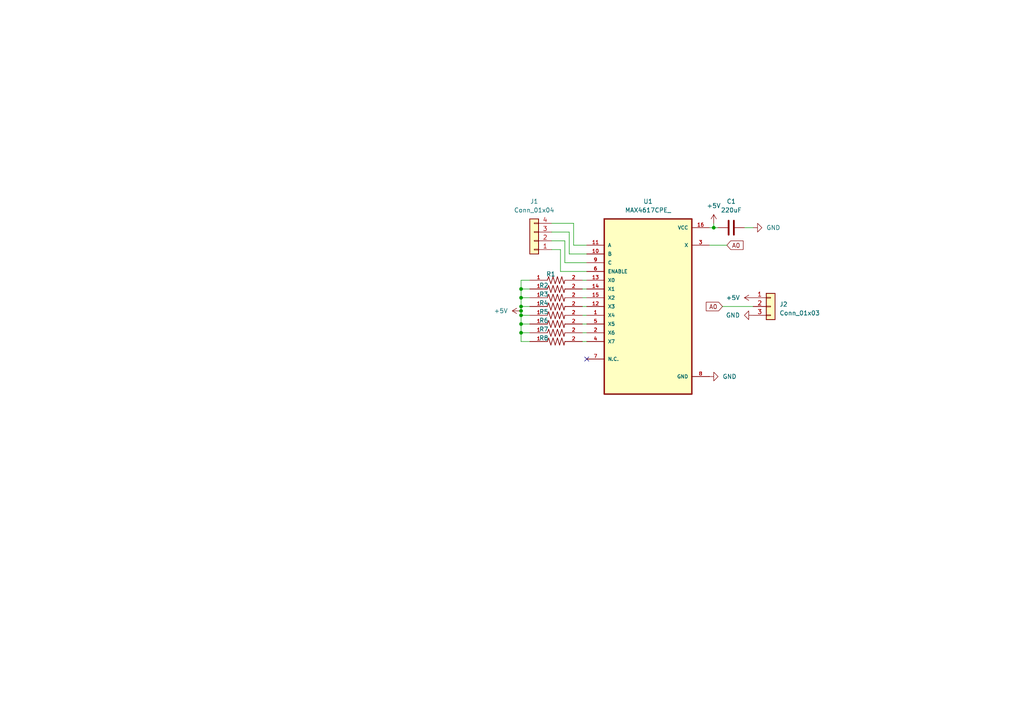
<source format=kicad_sch>
(kicad_sch
	(version 20231120)
	(generator "eeschema")
	(generator_version "8.0")
	(uuid "6bb4db06-3d0a-4f1c-886c-1fae34c58f79")
	(paper "A4")
	(lib_symbols
		(symbol "Connector_Generic:Conn_01x03"
			(pin_names
				(offset 1.016) hide)
			(exclude_from_sim no)
			(in_bom yes)
			(on_board yes)
			(property "Reference" "J"
				(at 0 5.08 0)
				(effects
					(font
						(size 1.27 1.27)
					)
				)
			)
			(property "Value" "Conn_01x03"
				(at 0 -5.08 0)
				(effects
					(font
						(size 1.27 1.27)
					)
				)
			)
			(property "Footprint" ""
				(at 0 0 0)
				(effects
					(font
						(size 1.27 1.27)
					)
					(hide yes)
				)
			)
			(property "Datasheet" "~"
				(at 0 0 0)
				(effects
					(font
						(size 1.27 1.27)
					)
					(hide yes)
				)
			)
			(property "Description" "Generic connector, single row, 01x03, script generated (kicad-library-utils/schlib/autogen/connector/)"
				(at 0 0 0)
				(effects
					(font
						(size 1.27 1.27)
					)
					(hide yes)
				)
			)
			(property "ki_keywords" "connector"
				(at 0 0 0)
				(effects
					(font
						(size 1.27 1.27)
					)
					(hide yes)
				)
			)
			(property "ki_fp_filters" "Connector*:*_1x??_*"
				(at 0 0 0)
				(effects
					(font
						(size 1.27 1.27)
					)
					(hide yes)
				)
			)
			(symbol "Conn_01x03_1_1"
				(rectangle
					(start -1.27 -2.413)
					(end 0 -2.667)
					(stroke
						(width 0.1524)
						(type default)
					)
					(fill
						(type none)
					)
				)
				(rectangle
					(start -1.27 0.127)
					(end 0 -0.127)
					(stroke
						(width 0.1524)
						(type default)
					)
					(fill
						(type none)
					)
				)
				(rectangle
					(start -1.27 2.667)
					(end 0 2.413)
					(stroke
						(width 0.1524)
						(type default)
					)
					(fill
						(type none)
					)
				)
				(rectangle
					(start -1.27 3.81)
					(end 1.27 -3.81)
					(stroke
						(width 0.254)
						(type default)
					)
					(fill
						(type background)
					)
				)
				(pin passive line
					(at -5.08 2.54 0)
					(length 3.81)
					(name "Pin_1"
						(effects
							(font
								(size 1.27 1.27)
							)
						)
					)
					(number "1"
						(effects
							(font
								(size 1.27 1.27)
							)
						)
					)
				)
				(pin passive line
					(at -5.08 0 0)
					(length 3.81)
					(name "Pin_2"
						(effects
							(font
								(size 1.27 1.27)
							)
						)
					)
					(number "2"
						(effects
							(font
								(size 1.27 1.27)
							)
						)
					)
				)
				(pin passive line
					(at -5.08 -2.54 0)
					(length 3.81)
					(name "Pin_3"
						(effects
							(font
								(size 1.27 1.27)
							)
						)
					)
					(number "3"
						(effects
							(font
								(size 1.27 1.27)
							)
						)
					)
				)
			)
		)
		(symbol "Connector_Generic:Conn_01x04"
			(pin_names
				(offset 1.016) hide)
			(exclude_from_sim no)
			(in_bom yes)
			(on_board yes)
			(property "Reference" "J"
				(at 0 5.08 0)
				(effects
					(font
						(size 1.27 1.27)
					)
				)
			)
			(property "Value" "Conn_01x04"
				(at 0 -7.62 0)
				(effects
					(font
						(size 1.27 1.27)
					)
				)
			)
			(property "Footprint" ""
				(at 0 0 0)
				(effects
					(font
						(size 1.27 1.27)
					)
					(hide yes)
				)
			)
			(property "Datasheet" "~"
				(at 0 0 0)
				(effects
					(font
						(size 1.27 1.27)
					)
					(hide yes)
				)
			)
			(property "Description" "Generic connector, single row, 01x04, script generated (kicad-library-utils/schlib/autogen/connector/)"
				(at 0 0 0)
				(effects
					(font
						(size 1.27 1.27)
					)
					(hide yes)
				)
			)
			(property "ki_keywords" "connector"
				(at 0 0 0)
				(effects
					(font
						(size 1.27 1.27)
					)
					(hide yes)
				)
			)
			(property "ki_fp_filters" "Connector*:*_1x??_*"
				(at 0 0 0)
				(effects
					(font
						(size 1.27 1.27)
					)
					(hide yes)
				)
			)
			(symbol "Conn_01x04_1_1"
				(rectangle
					(start -1.27 -4.953)
					(end 0 -5.207)
					(stroke
						(width 0.1524)
						(type default)
					)
					(fill
						(type none)
					)
				)
				(rectangle
					(start -1.27 -2.413)
					(end 0 -2.667)
					(stroke
						(width 0.1524)
						(type default)
					)
					(fill
						(type none)
					)
				)
				(rectangle
					(start -1.27 0.127)
					(end 0 -0.127)
					(stroke
						(width 0.1524)
						(type default)
					)
					(fill
						(type none)
					)
				)
				(rectangle
					(start -1.27 2.667)
					(end 0 2.413)
					(stroke
						(width 0.1524)
						(type default)
					)
					(fill
						(type none)
					)
				)
				(rectangle
					(start -1.27 3.81)
					(end 1.27 -6.35)
					(stroke
						(width 0.254)
						(type default)
					)
					(fill
						(type background)
					)
				)
				(pin passive line
					(at -5.08 2.54 0)
					(length 3.81)
					(name "Pin_1"
						(effects
							(font
								(size 1.27 1.27)
							)
						)
					)
					(number "1"
						(effects
							(font
								(size 1.27 1.27)
							)
						)
					)
				)
				(pin passive line
					(at -5.08 0 0)
					(length 3.81)
					(name "Pin_2"
						(effects
							(font
								(size 1.27 1.27)
							)
						)
					)
					(number "2"
						(effects
							(font
								(size 1.27 1.27)
							)
						)
					)
				)
				(pin passive line
					(at -5.08 -2.54 0)
					(length 3.81)
					(name "Pin_3"
						(effects
							(font
								(size 1.27 1.27)
							)
						)
					)
					(number "3"
						(effects
							(font
								(size 1.27 1.27)
							)
						)
					)
				)
				(pin passive line
					(at -5.08 -5.08 0)
					(length 3.81)
					(name "Pin_4"
						(effects
							(font
								(size 1.27 1.27)
							)
						)
					)
					(number "4"
						(effects
							(font
								(size 1.27 1.27)
							)
						)
					)
				)
			)
		)
		(symbol "Device:C"
			(pin_numbers hide)
			(pin_names
				(offset 0.254)
			)
			(exclude_from_sim no)
			(in_bom yes)
			(on_board yes)
			(property "Reference" "C"
				(at 0.635 2.54 0)
				(effects
					(font
						(size 1.27 1.27)
					)
					(justify left)
				)
			)
			(property "Value" "C"
				(at 0.635 -2.54 0)
				(effects
					(font
						(size 1.27 1.27)
					)
					(justify left)
				)
			)
			(property "Footprint" ""
				(at 0.9652 -3.81 0)
				(effects
					(font
						(size 1.27 1.27)
					)
					(hide yes)
				)
			)
			(property "Datasheet" "~"
				(at 0 0 0)
				(effects
					(font
						(size 1.27 1.27)
					)
					(hide yes)
				)
			)
			(property "Description" "Unpolarized capacitor"
				(at 0 0 0)
				(effects
					(font
						(size 1.27 1.27)
					)
					(hide yes)
				)
			)
			(property "ki_keywords" "cap capacitor"
				(at 0 0 0)
				(effects
					(font
						(size 1.27 1.27)
					)
					(hide yes)
				)
			)
			(property "ki_fp_filters" "C_*"
				(at 0 0 0)
				(effects
					(font
						(size 1.27 1.27)
					)
					(hide yes)
				)
			)
			(symbol "C_0_1"
				(polyline
					(pts
						(xy -2.032 -0.762) (xy 2.032 -0.762)
					)
					(stroke
						(width 0.508)
						(type default)
					)
					(fill
						(type none)
					)
				)
				(polyline
					(pts
						(xy -2.032 0.762) (xy 2.032 0.762)
					)
					(stroke
						(width 0.508)
						(type default)
					)
					(fill
						(type none)
					)
				)
			)
			(symbol "C_1_1"
				(pin passive line
					(at 0 3.81 270)
					(length 2.794)
					(name "~"
						(effects
							(font
								(size 1.27 1.27)
							)
						)
					)
					(number "1"
						(effects
							(font
								(size 1.27 1.27)
							)
						)
					)
				)
				(pin passive line
					(at 0 -3.81 90)
					(length 2.794)
					(name "~"
						(effects
							(font
								(size 1.27 1.27)
							)
						)
					)
					(number "2"
						(effects
							(font
								(size 1.27 1.27)
							)
						)
					)
				)
			)
		)
		(symbol "MAX4617CPE_:MAX4617CPE_"
			(pin_names
				(offset 1.016)
			)
			(exclude_from_sim no)
			(in_bom yes)
			(on_board yes)
			(property "Reference" "U"
				(at -12.7 26.4 0)
				(effects
					(font
						(size 1.27 1.27)
					)
					(justify left bottom)
				)
			)
			(property "Value" "MAX4617CPE_"
				(at -12.7 -29.4 0)
				(effects
					(font
						(size 1.27 1.27)
					)
					(justify left bottom)
				)
			)
			(property "Footprint" "MAX4617CPE_:DIP794W47P254L1943H457Q16"
				(at 0 0 0)
				(effects
					(font
						(size 1.27 1.27)
					)
					(justify bottom)
					(hide yes)
				)
			)
			(property "Datasheet" ""
				(at 0 0 0)
				(effects
					(font
						(size 1.27 1.27)
					)
					(hide yes)
				)
			)
			(property "Description" ""
				(at 0 0 0)
				(effects
					(font
						(size 1.27 1.27)
					)
					(hide yes)
				)
			)
			(symbol "MAX4617CPE__0_0"
				(rectangle
					(start -12.7 -25.4)
					(end 12.7 25.4)
					(stroke
						(width 0.41)
						(type default)
					)
					(fill
						(type background)
					)
				)
				(pin input line
					(at -17.78 -2.54 0)
					(length 5.08)
					(name "X4"
						(effects
							(font
								(size 1.016 1.016)
							)
						)
					)
					(number "1"
						(effects
							(font
								(size 1.016 1.016)
							)
						)
					)
				)
				(pin input line
					(at -17.78 15.24 0)
					(length 5.08)
					(name "B"
						(effects
							(font
								(size 1.016 1.016)
							)
						)
					)
					(number "10"
						(effects
							(font
								(size 1.016 1.016)
							)
						)
					)
				)
				(pin input line
					(at -17.78 17.78 0)
					(length 5.08)
					(name "A"
						(effects
							(font
								(size 1.016 1.016)
							)
						)
					)
					(number "11"
						(effects
							(font
								(size 1.016 1.016)
							)
						)
					)
				)
				(pin input line
					(at -17.78 0 0)
					(length 5.08)
					(name "X3"
						(effects
							(font
								(size 1.016 1.016)
							)
						)
					)
					(number "12"
						(effects
							(font
								(size 1.016 1.016)
							)
						)
					)
				)
				(pin input line
					(at -17.78 7.62 0)
					(length 5.08)
					(name "X0"
						(effects
							(font
								(size 1.016 1.016)
							)
						)
					)
					(number "13"
						(effects
							(font
								(size 1.016 1.016)
							)
						)
					)
				)
				(pin input line
					(at -17.78 5.08 0)
					(length 5.08)
					(name "X1"
						(effects
							(font
								(size 1.016 1.016)
							)
						)
					)
					(number "14"
						(effects
							(font
								(size 1.016 1.016)
							)
						)
					)
				)
				(pin input line
					(at -17.78 2.54 0)
					(length 5.08)
					(name "X2"
						(effects
							(font
								(size 1.016 1.016)
							)
						)
					)
					(number "15"
						(effects
							(font
								(size 1.016 1.016)
							)
						)
					)
				)
				(pin power_in line
					(at 17.78 22.86 180)
					(length 5.08)
					(name "VCC"
						(effects
							(font
								(size 1.016 1.016)
							)
						)
					)
					(number "16"
						(effects
							(font
								(size 1.016 1.016)
							)
						)
					)
				)
				(pin input line
					(at -17.78 -7.62 0)
					(length 5.08)
					(name "X6"
						(effects
							(font
								(size 1.016 1.016)
							)
						)
					)
					(number "2"
						(effects
							(font
								(size 1.016 1.016)
							)
						)
					)
				)
				(pin output line
					(at 17.78 17.78 180)
					(length 5.08)
					(name "X"
						(effects
							(font
								(size 1.016 1.016)
							)
						)
					)
					(number "3"
						(effects
							(font
								(size 1.016 1.016)
							)
						)
					)
				)
				(pin input line
					(at -17.78 -10.16 0)
					(length 5.08)
					(name "X7"
						(effects
							(font
								(size 1.016 1.016)
							)
						)
					)
					(number "4"
						(effects
							(font
								(size 1.016 1.016)
							)
						)
					)
				)
				(pin input line
					(at -17.78 -5.08 0)
					(length 5.08)
					(name "X5"
						(effects
							(font
								(size 1.016 1.016)
							)
						)
					)
					(number "5"
						(effects
							(font
								(size 1.016 1.016)
							)
						)
					)
				)
				(pin input line
					(at -17.78 10.16 0)
					(length 5.08)
					(name "ENABLE"
						(effects
							(font
								(size 1.016 1.016)
							)
						)
					)
					(number "6"
						(effects
							(font
								(size 1.016 1.016)
							)
						)
					)
				)
				(pin bidirectional line
					(at -17.78 -15.24 0)
					(length 5.08)
					(name "N.C."
						(effects
							(font
								(size 1.016 1.016)
							)
						)
					)
					(number "7"
						(effects
							(font
								(size 1.016 1.016)
							)
						)
					)
				)
				(pin power_in line
					(at 17.78 -20.32 180)
					(length 5.08)
					(name "GND"
						(effects
							(font
								(size 1.016 1.016)
							)
						)
					)
					(number "8"
						(effects
							(font
								(size 1.016 1.016)
							)
						)
					)
				)
				(pin input line
					(at -17.78 12.7 0)
					(length 5.08)
					(name "C"
						(effects
							(font
								(size 1.016 1.016)
							)
						)
					)
					(number "9"
						(effects
							(font
								(size 1.016 1.016)
							)
						)
					)
				)
			)
		)
		(symbol "RC0603JR-071KL:RC0603JR-071KL"
			(pin_names
				(offset 1.016)
			)
			(exclude_from_sim no)
			(in_bom yes)
			(on_board yes)
			(property "Reference" "R"
				(at -3.81 1.4986 0)
				(effects
					(font
						(size 1.27 1.27)
					)
					(justify left bottom)
				)
			)
			(property "Value" "RC0603JR-071KL"
				(at -3.81 -3.302 0)
				(effects
					(font
						(size 1.27 1.27)
					)
					(justify left bottom)
				)
			)
			(property "Footprint" "RC0603JR-071KL:RESC1607X60N"
				(at 0 0 0)
				(effects
					(font
						(size 1.27 1.27)
					)
					(justify bottom)
					(hide yes)
				)
			)
			(property "Datasheet" ""
				(at 0 0 0)
				(effects
					(font
						(size 1.27 1.27)
					)
					(hide yes)
				)
			)
			(property "Description" ""
				(at 0 0 0)
				(effects
					(font
						(size 1.27 1.27)
					)
					(hide yes)
				)
			)
			(property "MF" "Yageo"
				(at 0 0 0)
				(effects
					(font
						(size 1.27 1.27)
					)
					(justify bottom)
					(hide yes)
				)
			)
			(property "Description_1" "\n1 kOhms ±5% 0.1W, 1/10W Chip Resistor 0603 (1608 Metric) Moisture Resistant Thick Film\n"
				(at 0 0 0)
				(effects
					(font
						(size 1.27 1.27)
					)
					(justify bottom)
					(hide yes)
				)
			)
			(property "Package" "0603 Yageo"
				(at 0 0 0)
				(effects
					(font
						(size 1.27 1.27)
					)
					(justify bottom)
					(hide yes)
				)
			)
			(property "Price" "None"
				(at 0 0 0)
				(effects
					(font
						(size 1.27 1.27)
					)
					(justify bottom)
					(hide yes)
				)
			)
			(property "SnapEDA_Link" "https://www.snapeda.com/parts/RC0603JR-071KL/Yageo/view-part/?ref=snap"
				(at 0 0 0)
				(effects
					(font
						(size 1.27 1.27)
					)
					(justify bottom)
					(hide yes)
				)
			)
			(property "MP" "RC0603JR-071KL"
				(at 0 0 0)
				(effects
					(font
						(size 1.27 1.27)
					)
					(justify bottom)
					(hide yes)
				)
			)
			(property "Purchase-URL" "https://www.snapeda.com/api/url_track_click_mouser/?unipart_id=106141&manufacturer=Yageo&part_name=RC0603JR-071KL&search_term=rc0603jr-071kl"
				(at 0 0 0)
				(effects
					(font
						(size 1.27 1.27)
					)
					(justify bottom)
					(hide yes)
				)
			)
			(property "Availability" "In Stock"
				(at 0 0 0)
				(effects
					(font
						(size 1.27 1.27)
					)
					(justify bottom)
					(hide yes)
				)
			)
			(property "Check_prices" "https://www.snapeda.com/parts/RC0603JR-071KL/Yageo/view-part/?ref=eda"
				(at 0 0 0)
				(effects
					(font
						(size 1.27 1.27)
					)
					(justify bottom)
					(hide yes)
				)
			)
			(symbol "RC0603JR-071KL_0_0"
				(polyline
					(pts
						(xy -2.54 0) (xy -2.159 1.016)
					)
					(stroke
						(width 0.2032)
						(type default)
					)
					(fill
						(type none)
					)
				)
				(polyline
					(pts
						(xy -2.159 1.016) (xy -1.524 -1.016)
					)
					(stroke
						(width 0.2032)
						(type default)
					)
					(fill
						(type none)
					)
				)
				(polyline
					(pts
						(xy -1.524 -1.016) (xy -0.889 1.016)
					)
					(stroke
						(width 0.2032)
						(type default)
					)
					(fill
						(type none)
					)
				)
				(polyline
					(pts
						(xy -0.889 1.016) (xy -0.254 -1.016)
					)
					(stroke
						(width 0.2032)
						(type default)
					)
					(fill
						(type none)
					)
				)
				(polyline
					(pts
						(xy -0.254 -1.016) (xy 0.381 1.016)
					)
					(stroke
						(width 0.2032)
						(type default)
					)
					(fill
						(type none)
					)
				)
				(polyline
					(pts
						(xy 0.381 1.016) (xy 1.016 -1.016)
					)
					(stroke
						(width 0.2032)
						(type default)
					)
					(fill
						(type none)
					)
				)
				(polyline
					(pts
						(xy 1.016 -1.016) (xy 1.651 1.016)
					)
					(stroke
						(width 0.2032)
						(type default)
					)
					(fill
						(type none)
					)
				)
				(polyline
					(pts
						(xy 1.651 1.016) (xy 2.286 -1.016)
					)
					(stroke
						(width 0.2032)
						(type default)
					)
					(fill
						(type none)
					)
				)
				(polyline
					(pts
						(xy 2.286 -1.016) (xy 2.54 0)
					)
					(stroke
						(width 0.2032)
						(type default)
					)
					(fill
						(type none)
					)
				)
				(pin passive line
					(at -7.62 0 0)
					(length 5.08)
					(name "~"
						(effects
							(font
								(size 1.016 1.016)
							)
						)
					)
					(number "1"
						(effects
							(font
								(size 1.016 1.016)
							)
						)
					)
				)
				(pin passive line
					(at 7.62 0 180)
					(length 5.08)
					(name "~"
						(effects
							(font
								(size 1.016 1.016)
							)
						)
					)
					(number "2"
						(effects
							(font
								(size 1.016 1.016)
							)
						)
					)
				)
			)
		)
		(symbol "power:+5V"
			(power)
			(pin_numbers hide)
			(pin_names
				(offset 0) hide)
			(exclude_from_sim no)
			(in_bom yes)
			(on_board yes)
			(property "Reference" "#PWR"
				(at 0 -3.81 0)
				(effects
					(font
						(size 1.27 1.27)
					)
					(hide yes)
				)
			)
			(property "Value" "+5V"
				(at 0 3.556 0)
				(effects
					(font
						(size 1.27 1.27)
					)
				)
			)
			(property "Footprint" ""
				(at 0 0 0)
				(effects
					(font
						(size 1.27 1.27)
					)
					(hide yes)
				)
			)
			(property "Datasheet" ""
				(at 0 0 0)
				(effects
					(font
						(size 1.27 1.27)
					)
					(hide yes)
				)
			)
			(property "Description" "Power symbol creates a global label with name \"+5V\""
				(at 0 0 0)
				(effects
					(font
						(size 1.27 1.27)
					)
					(hide yes)
				)
			)
			(property "ki_keywords" "global power"
				(at 0 0 0)
				(effects
					(font
						(size 1.27 1.27)
					)
					(hide yes)
				)
			)
			(symbol "+5V_0_1"
				(polyline
					(pts
						(xy -0.762 1.27) (xy 0 2.54)
					)
					(stroke
						(width 0)
						(type default)
					)
					(fill
						(type none)
					)
				)
				(polyline
					(pts
						(xy 0 0) (xy 0 2.54)
					)
					(stroke
						(width 0)
						(type default)
					)
					(fill
						(type none)
					)
				)
				(polyline
					(pts
						(xy 0 2.54) (xy 0.762 1.27)
					)
					(stroke
						(width 0)
						(type default)
					)
					(fill
						(type none)
					)
				)
			)
			(symbol "+5V_1_1"
				(pin power_in line
					(at 0 0 90)
					(length 0)
					(name "~"
						(effects
							(font
								(size 1.27 1.27)
							)
						)
					)
					(number "1"
						(effects
							(font
								(size 1.27 1.27)
							)
						)
					)
				)
			)
		)
		(symbol "power:GND"
			(power)
			(pin_numbers hide)
			(pin_names
				(offset 0) hide)
			(exclude_from_sim no)
			(in_bom yes)
			(on_board yes)
			(property "Reference" "#PWR"
				(at 0 -6.35 0)
				(effects
					(font
						(size 1.27 1.27)
					)
					(hide yes)
				)
			)
			(property "Value" "GND"
				(at 0 -3.81 0)
				(effects
					(font
						(size 1.27 1.27)
					)
				)
			)
			(property "Footprint" ""
				(at 0 0 0)
				(effects
					(font
						(size 1.27 1.27)
					)
					(hide yes)
				)
			)
			(property "Datasheet" ""
				(at 0 0 0)
				(effects
					(font
						(size 1.27 1.27)
					)
					(hide yes)
				)
			)
			(property "Description" "Power symbol creates a global label with name \"GND\" , ground"
				(at 0 0 0)
				(effects
					(font
						(size 1.27 1.27)
					)
					(hide yes)
				)
			)
			(property "ki_keywords" "global power"
				(at 0 0 0)
				(effects
					(font
						(size 1.27 1.27)
					)
					(hide yes)
				)
			)
			(symbol "GND_0_1"
				(polyline
					(pts
						(xy 0 0) (xy 0 -1.27) (xy 1.27 -1.27) (xy 0 -2.54) (xy -1.27 -1.27) (xy 0 -1.27)
					)
					(stroke
						(width 0)
						(type default)
					)
					(fill
						(type none)
					)
				)
			)
			(symbol "GND_1_1"
				(pin power_in line
					(at 0 0 270)
					(length 0)
					(name "~"
						(effects
							(font
								(size 1.27 1.27)
							)
						)
					)
					(number "1"
						(effects
							(font
								(size 1.27 1.27)
							)
						)
					)
				)
			)
		)
	)
	(junction
		(at 151.13 86.36)
		(diameter 0)
		(color 0 0 0 0)
		(uuid "39b1792a-f7be-46d2-81fd-b9e9b030384f")
	)
	(junction
		(at 151.13 83.82)
		(diameter 0)
		(color 0 0 0 0)
		(uuid "65388158-8ef3-4ad0-a1f9-ce3cfffd951b")
	)
	(junction
		(at 151.13 91.44)
		(diameter 0)
		(color 0 0 0 0)
		(uuid "69854947-b7e7-488a-812c-00de111c7ca0")
	)
	(junction
		(at 151.13 96.52)
		(diameter 0)
		(color 0 0 0 0)
		(uuid "ab05f381-9b42-4b4c-bb59-0bc16fc653b5")
	)
	(junction
		(at 151.13 93.98)
		(diameter 0)
		(color 0 0 0 0)
		(uuid "c142a7d9-9f17-4336-83a1-8cee337cdea5")
	)
	(junction
		(at 151.13 88.9)
		(diameter 0)
		(color 0 0 0 0)
		(uuid "c9d0859f-a9ef-4ae1-9bce-9543d806b0e6")
	)
	(junction
		(at 151.13 90.17)
		(diameter 0)
		(color 0 0 0 0)
		(uuid "db2aea90-9b3e-431b-8f70-8cfe64ff1138")
	)
	(junction
		(at 207.01 66.04)
		(diameter 0)
		(color 0 0 0 0)
		(uuid "e147510a-82c9-41db-8297-378e15f935fa")
	)
	(no_connect
		(at 170.18 104.14)
		(uuid "6757e917-2302-4ab1-be21-3bd3bc4225fa")
	)
	(wire
		(pts
			(xy 151.13 83.82) (xy 151.13 86.36)
		)
		(stroke
			(width 0)
			(type default)
		)
		(uuid "059eccb8-fdf9-407d-9721-880e6ecb3a89")
	)
	(wire
		(pts
			(xy 151.13 86.36) (xy 153.67 86.36)
		)
		(stroke
			(width 0)
			(type default)
		)
		(uuid "0a786fab-ec25-4a27-8975-498e6c88474d")
	)
	(wire
		(pts
			(xy 168.91 93.98) (xy 170.18 93.98)
		)
		(stroke
			(width 0)
			(type default)
		)
		(uuid "0c719d91-e62c-4ce9-b0ca-a5300388bfb1")
	)
	(wire
		(pts
			(xy 205.74 71.12) (xy 210.82 71.12)
		)
		(stroke
			(width 0)
			(type default)
		)
		(uuid "0e411e99-b3e2-406b-a1ef-bc8d44827514")
	)
	(wire
		(pts
			(xy 151.13 93.98) (xy 153.67 93.98)
		)
		(stroke
			(width 0)
			(type default)
		)
		(uuid "0f820a81-3b06-4f02-83cb-c672909853d8")
	)
	(wire
		(pts
			(xy 151.13 86.36) (xy 151.13 88.9)
		)
		(stroke
			(width 0)
			(type default)
		)
		(uuid "18a72c80-609f-41a2-a416-7a6d1f1302b9")
	)
	(wire
		(pts
			(xy 168.91 81.28) (xy 170.18 81.28)
		)
		(stroke
			(width 0)
			(type default)
		)
		(uuid "1b2bab12-bf8d-4b28-8168-5bb641d90437")
	)
	(wire
		(pts
			(xy 160.02 64.77) (xy 166.37 64.77)
		)
		(stroke
			(width 0)
			(type default)
		)
		(uuid "1f311715-ac4d-4cb8-9efe-248811fe1d6b")
	)
	(wire
		(pts
			(xy 151.13 99.06) (xy 153.67 99.06)
		)
		(stroke
			(width 0)
			(type default)
		)
		(uuid "2e470a85-1530-4bf8-91fa-d02accfc5883")
	)
	(wire
		(pts
			(xy 153.67 81.28) (xy 151.13 81.28)
		)
		(stroke
			(width 0)
			(type default)
		)
		(uuid "3c78fab7-9076-4361-8fc3-da2dc2944ddf")
	)
	(wire
		(pts
			(xy 168.91 88.9) (xy 170.18 88.9)
		)
		(stroke
			(width 0)
			(type default)
		)
		(uuid "3e6ed81c-c495-4fe9-8510-11b13c02472c")
	)
	(wire
		(pts
			(xy 165.1 73.66) (xy 170.18 73.66)
		)
		(stroke
			(width 0)
			(type default)
		)
		(uuid "4d579c01-1ca2-4977-bc89-5b4e499f4ff8")
	)
	(wire
		(pts
			(xy 151.13 90.17) (xy 151.13 91.44)
		)
		(stroke
			(width 0)
			(type default)
		)
		(uuid "52e3ba86-95fa-4155-aa16-3c50b834154d")
	)
	(wire
		(pts
			(xy 205.74 66.04) (xy 207.01 66.04)
		)
		(stroke
			(width 0)
			(type default)
		)
		(uuid "53fe1207-4b25-4dd6-9ab1-9a2a13436f9f")
	)
	(wire
		(pts
			(xy 215.9 66.04) (xy 218.44 66.04)
		)
		(stroke
			(width 0)
			(type default)
		)
		(uuid "57c33aed-eb05-43c8-bfcf-188985b96e8f")
	)
	(wire
		(pts
			(xy 160.02 69.85) (xy 163.83 69.85)
		)
		(stroke
			(width 0)
			(type default)
		)
		(uuid "5dfba3e0-38ce-4436-a563-8e50718e684e")
	)
	(wire
		(pts
			(xy 207.01 64.77) (xy 207.01 66.04)
		)
		(stroke
			(width 0)
			(type default)
		)
		(uuid "607beb41-cbe1-4bc4-9ef8-4550c9be0cb1")
	)
	(wire
		(pts
			(xy 162.56 78.74) (xy 170.18 78.74)
		)
		(stroke
			(width 0)
			(type default)
		)
		(uuid "635fb139-a1fd-4f50-ac65-7d18d3373e74")
	)
	(wire
		(pts
			(xy 168.91 86.36) (xy 170.18 86.36)
		)
		(stroke
			(width 0)
			(type default)
		)
		(uuid "64fbbf38-f682-48e4-94ff-4a3b55419e72")
	)
	(wire
		(pts
			(xy 168.91 99.06) (xy 170.18 99.06)
		)
		(stroke
			(width 0)
			(type default)
		)
		(uuid "65c6c562-c1fa-4bb7-a0a0-7795657e428c")
	)
	(wire
		(pts
			(xy 168.91 83.82) (xy 170.18 83.82)
		)
		(stroke
			(width 0)
			(type default)
		)
		(uuid "70191a5f-0f88-49c7-a1f3-bbeaf3b33dfe")
	)
	(wire
		(pts
			(xy 163.83 76.2) (xy 170.18 76.2)
		)
		(stroke
			(width 0)
			(type default)
		)
		(uuid "86b23ddd-457f-4709-bd6f-a8bda060f6f2")
	)
	(wire
		(pts
			(xy 209.55 88.9) (xy 218.44 88.9)
		)
		(stroke
			(width 0)
			(type default)
		)
		(uuid "90ed6e3b-41bc-4cf6-8416-0e39fde424c7")
	)
	(wire
		(pts
			(xy 166.37 64.77) (xy 166.37 71.12)
		)
		(stroke
			(width 0)
			(type default)
		)
		(uuid "9664b7e6-2479-4a73-87e0-eee6fbabfdd8")
	)
	(wire
		(pts
			(xy 151.13 96.52) (xy 153.67 96.52)
		)
		(stroke
			(width 0)
			(type default)
		)
		(uuid "9a6b7ffb-ef32-47a9-a5cd-723e4f11b89b")
	)
	(wire
		(pts
			(xy 151.13 91.44) (xy 153.67 91.44)
		)
		(stroke
			(width 0)
			(type default)
		)
		(uuid "9b97e59d-ca9a-4370-b9d5-310dd85acbd4")
	)
	(wire
		(pts
			(xy 151.13 81.28) (xy 151.13 83.82)
		)
		(stroke
			(width 0)
			(type default)
		)
		(uuid "a28cf2fc-eaf1-4a15-a7ee-da528c9d5605")
	)
	(wire
		(pts
			(xy 160.02 67.31) (xy 165.1 67.31)
		)
		(stroke
			(width 0)
			(type default)
		)
		(uuid "a2970c07-cbfb-4e94-a529-31cfaa5d4cdc")
	)
	(wire
		(pts
			(xy 151.13 88.9) (xy 153.67 88.9)
		)
		(stroke
			(width 0)
			(type default)
		)
		(uuid "a89b2456-c33e-40d8-9757-a6ce7fa9d9f1")
	)
	(wire
		(pts
			(xy 151.13 83.82) (xy 153.67 83.82)
		)
		(stroke
			(width 0)
			(type default)
		)
		(uuid "a98b5ac9-8691-4f67-8ab3-4f22caa69311")
	)
	(wire
		(pts
			(xy 168.91 96.52) (xy 170.18 96.52)
		)
		(stroke
			(width 0)
			(type default)
		)
		(uuid "b540b475-e99b-4200-9f30-eff7a3b9ba84")
	)
	(wire
		(pts
			(xy 160.02 72.39) (xy 162.56 72.39)
		)
		(stroke
			(width 0)
			(type default)
		)
		(uuid "bc25eab8-0571-48fa-95f2-aac00b98d1ed")
	)
	(wire
		(pts
			(xy 151.13 96.52) (xy 151.13 99.06)
		)
		(stroke
			(width 0)
			(type default)
		)
		(uuid "bd5752d6-d4db-4ce9-a2fc-bb90ce58d0e3")
	)
	(wire
		(pts
			(xy 168.91 91.44) (xy 170.18 91.44)
		)
		(stroke
			(width 0)
			(type default)
		)
		(uuid "bd6629b2-10d0-40e0-8ff3-66c166c2c982")
	)
	(wire
		(pts
			(xy 151.13 91.44) (xy 151.13 93.98)
		)
		(stroke
			(width 0)
			(type default)
		)
		(uuid "bfb803c8-cd60-4db9-a49f-884e44824dbd")
	)
	(wire
		(pts
			(xy 163.83 69.85) (xy 163.83 76.2)
		)
		(stroke
			(width 0)
			(type default)
		)
		(uuid "caea50cc-bf1b-43aa-b1ef-5ef1a0cf8842")
	)
	(wire
		(pts
			(xy 166.37 71.12) (xy 170.18 71.12)
		)
		(stroke
			(width 0)
			(type default)
		)
		(uuid "d1e01562-6940-4d8a-87af-4eca9ee11956")
	)
	(wire
		(pts
			(xy 162.56 72.39) (xy 162.56 78.74)
		)
		(stroke
			(width 0)
			(type default)
		)
		(uuid "d9dc1f66-d61d-4fc3-ad59-858019fae2e7")
	)
	(wire
		(pts
			(xy 151.13 93.98) (xy 151.13 96.52)
		)
		(stroke
			(width 0)
			(type default)
		)
		(uuid "dea3038d-2214-44c5-b890-09e7d47921cb")
	)
	(wire
		(pts
			(xy 151.13 88.9) (xy 151.13 90.17)
		)
		(stroke
			(width 0)
			(type default)
		)
		(uuid "ec984925-f6da-41be-a219-ae5b91a7135f")
	)
	(wire
		(pts
			(xy 165.1 67.31) (xy 165.1 73.66)
		)
		(stroke
			(width 0)
			(type default)
		)
		(uuid "fab61994-eb84-4f68-a474-a6a360dbb2fc")
	)
	(wire
		(pts
			(xy 207.01 66.04) (xy 208.28 66.04)
		)
		(stroke
			(width 0)
			(type default)
		)
		(uuid "fca2ac19-c85d-488e-83f3-e1c605f2c17e")
	)
	(global_label "A0"
		(shape input)
		(at 209.55 88.9 180)
		(fields_autoplaced yes)
		(effects
			(font
				(size 1.27 1.27)
			)
			(justify right)
		)
		(uuid "64b33c17-8a4c-47ca-ae5e-b4b324eddc29")
		(property "Intersheetrefs" "${INTERSHEET_REFS}"
			(at 204.2667 88.9 0)
			(effects
				(font
					(size 1.27 1.27)
				)
				(justify right)
				(hide yes)
			)
		)
	)
	(global_label "A0"
		(shape input)
		(at 210.82 71.12 0)
		(fields_autoplaced yes)
		(effects
			(font
				(size 1.27 1.27)
			)
			(justify left)
		)
		(uuid "a7cd7916-d99c-4fd1-ac9d-6ed2c47e0e0c")
		(property "Intersheetrefs" "${INTERSHEET_REFS}"
			(at 216.1033 71.12 0)
			(effects
				(font
					(size 1.27 1.27)
				)
				(justify left)
				(hide yes)
			)
		)
	)
	(symbol
		(lib_id "power:GND")
		(at 218.44 91.44 270)
		(unit 1)
		(exclude_from_sim no)
		(in_bom yes)
		(on_board yes)
		(dnp no)
		(fields_autoplaced yes)
		(uuid "171ba531-cd09-4544-858a-906cd50265d1")
		(property "Reference" "#PWR04"
			(at 212.09 91.44 0)
			(effects
				(font
					(size 1.27 1.27)
				)
				(hide yes)
			)
		)
		(property "Value" "GND"
			(at 214.63 91.4399 90)
			(effects
				(font
					(size 1.27 1.27)
				)
				(justify right)
			)
		)
		(property "Footprint" ""
			(at 218.44 91.44 0)
			(effects
				(font
					(size 1.27 1.27)
				)
				(hide yes)
			)
		)
		(property "Datasheet" ""
			(at 218.44 91.44 0)
			(effects
				(font
					(size 1.27 1.27)
				)
				(hide yes)
			)
		)
		(property "Description" "Power symbol creates a global label with name \"GND\" , ground"
			(at 218.44 91.44 0)
			(effects
				(font
					(size 1.27 1.27)
				)
				(hide yes)
			)
		)
		(pin "1"
			(uuid "780d042c-99f6-4859-840a-ac07746fa112")
		)
		(instances
			(project "Ohmmeter"
				(path "/6bb4db06-3d0a-4f1c-886c-1fae34c58f79"
					(reference "#PWR04")
					(unit 1)
				)
			)
		)
	)
	(symbol
		(lib_id "RC0603JR-071KL:RC0603JR-071KL")
		(at 161.29 93.98 0)
		(unit 1)
		(exclude_from_sim no)
		(in_bom yes)
		(on_board yes)
		(dnp no)
		(uuid "30b60cbe-09d6-4ad1-9246-deb8f14b83ce")
		(property "Reference" "R6"
			(at 157.734 92.964 0)
			(effects
				(font
					(size 1.27 1.27)
				)
			)
		)
		(property "Value" "RC0603JR-071KL"
			(at 161.29 90.17 0)
			(effects
				(font
					(size 1.27 1.27)
				)
				(hide yes)
			)
		)
		(property "Footprint" "Resistor_THT:R_Axial_DIN0204_L3.6mm_D1.6mm_P5.08mm_Horizontal"
			(at 161.29 93.98 0)
			(effects
				(font
					(size 1.27 1.27)
				)
				(justify bottom)
				(hide yes)
			)
		)
		(property "Datasheet" ""
			(at 161.29 93.98 0)
			(effects
				(font
					(size 1.27 1.27)
				)
				(hide yes)
			)
		)
		(property "Description" ""
			(at 161.29 93.98 0)
			(effects
				(font
					(size 1.27 1.27)
				)
				(hide yes)
			)
		)
		(property "MF" "Yageo"
			(at 161.29 93.98 0)
			(effects
				(font
					(size 1.27 1.27)
				)
				(justify bottom)
				(hide yes)
			)
		)
		(property "Description_1" "\n1 kOhms ±5% 0.1W, 1/10W Chip Resistor 0603 (1608 Metric) Moisture Resistant Thick Film\n"
			(at 161.29 93.98 0)
			(effects
				(font
					(size 1.27 1.27)
				)
				(justify bottom)
				(hide yes)
			)
		)
		(property "Package" "0603 Yageo"
			(at 161.29 93.98 0)
			(effects
				(font
					(size 1.27 1.27)
				)
				(justify bottom)
				(hide yes)
			)
		)
		(property "Price" "None"
			(at 161.29 93.98 0)
			(effects
				(font
					(size 1.27 1.27)
				)
				(justify bottom)
				(hide yes)
			)
		)
		(property "SnapEDA_Link" "https://www.snapeda.com/parts/RC0603JR-071KL/Yageo/view-part/?ref=snap"
			(at 161.29 93.98 0)
			(effects
				(font
					(size 1.27 1.27)
				)
				(justify bottom)
				(hide yes)
			)
		)
		(property "MP" "RC0603JR-071KL"
			(at 161.29 93.98 0)
			(effects
				(font
					(size 1.27 1.27)
				)
				(justify bottom)
				(hide yes)
			)
		)
		(property "Purchase-URL" "https://www.snapeda.com/api/url_track_click_mouser/?unipart_id=106141&manufacturer=Yageo&part_name=RC0603JR-071KL&search_term=rc0603jr-071kl"
			(at 161.29 93.98 0)
			(effects
				(font
					(size 1.27 1.27)
				)
				(justify bottom)
				(hide yes)
			)
		)
		(property "Availability" "In Stock"
			(at 161.29 93.98 0)
			(effects
				(font
					(size 1.27 1.27)
				)
				(justify bottom)
				(hide yes)
			)
		)
		(property "Check_prices" "https://www.snapeda.com/parts/RC0603JR-071KL/Yageo/view-part/?ref=eda"
			(at 161.29 93.98 0)
			(effects
				(font
					(size 1.27 1.27)
				)
				(justify bottom)
				(hide yes)
			)
		)
		(pin "2"
			(uuid "b0ae0baf-344c-47f1-b06f-a8ee4cf6d734")
		)
		(pin "1"
			(uuid "82ef01ce-3866-44f3-9c61-917f0cd0514a")
		)
		(instances
			(project "Ohmmeter"
				(path "/6bb4db06-3d0a-4f1c-886c-1fae34c58f79"
					(reference "R6")
					(unit 1)
				)
			)
		)
	)
	(symbol
		(lib_id "RC0603JR-071KL:RC0603JR-071KL")
		(at 161.29 88.9 0)
		(unit 1)
		(exclude_from_sim no)
		(in_bom yes)
		(on_board yes)
		(dnp no)
		(uuid "3bba98b6-c7bb-4dcd-bfde-8bb69f487871")
		(property "Reference" "R4"
			(at 157.734 87.884 0)
			(effects
				(font
					(size 1.27 1.27)
				)
			)
		)
		(property "Value" "RC0603JR-071KL"
			(at 161.29 85.09 0)
			(effects
				(font
					(size 1.27 1.27)
				)
				(hide yes)
			)
		)
		(property "Footprint" "Resistor_THT:R_Axial_DIN0204_L3.6mm_D1.6mm_P5.08mm_Horizontal"
			(at 161.29 88.9 0)
			(effects
				(font
					(size 1.27 1.27)
				)
				(justify bottom)
				(hide yes)
			)
		)
		(property "Datasheet" ""
			(at 161.29 88.9 0)
			(effects
				(font
					(size 1.27 1.27)
				)
				(hide yes)
			)
		)
		(property "Description" ""
			(at 161.29 88.9 0)
			(effects
				(font
					(size 1.27 1.27)
				)
				(hide yes)
			)
		)
		(property "MF" "Yageo"
			(at 161.29 88.9 0)
			(effects
				(font
					(size 1.27 1.27)
				)
				(justify bottom)
				(hide yes)
			)
		)
		(property "Description_1" "\n1 kOhms ±5% 0.1W, 1/10W Chip Resistor 0603 (1608 Metric) Moisture Resistant Thick Film\n"
			(at 161.29 88.9 0)
			(effects
				(font
					(size 1.27 1.27)
				)
				(justify bottom)
				(hide yes)
			)
		)
		(property "Package" "0603 Yageo"
			(at 161.29 88.9 0)
			(effects
				(font
					(size 1.27 1.27)
				)
				(justify bottom)
				(hide yes)
			)
		)
		(property "Price" "None"
			(at 161.29 88.9 0)
			(effects
				(font
					(size 1.27 1.27)
				)
				(justify bottom)
				(hide yes)
			)
		)
		(property "SnapEDA_Link" "https://www.snapeda.com/parts/RC0603JR-071KL/Yageo/view-part/?ref=snap"
			(at 161.29 88.9 0)
			(effects
				(font
					(size 1.27 1.27)
				)
				(justify bottom)
				(hide yes)
			)
		)
		(property "MP" "RC0603JR-071KL"
			(at 161.29 88.9 0)
			(effects
				(font
					(size 1.27 1.27)
				)
				(justify bottom)
				(hide yes)
			)
		)
		(property "Purchase-URL" "https://www.snapeda.com/api/url_track_click_mouser/?unipart_id=106141&manufacturer=Yageo&part_name=RC0603JR-071KL&search_term=rc0603jr-071kl"
			(at 161.29 88.9 0)
			(effects
				(font
					(size 1.27 1.27)
				)
				(justify bottom)
				(hide yes)
			)
		)
		(property "Availability" "In Stock"
			(at 161.29 88.9 0)
			(effects
				(font
					(size 1.27 1.27)
				)
				(justify bottom)
				(hide yes)
			)
		)
		(property "Check_prices" "https://www.snapeda.com/parts/RC0603JR-071KL/Yageo/view-part/?ref=eda"
			(at 161.29 88.9 0)
			(effects
				(font
					(size 1.27 1.27)
				)
				(justify bottom)
				(hide yes)
			)
		)
		(pin "2"
			(uuid "4fc084ea-83f2-497d-b1b9-6181096e8d78")
		)
		(pin "1"
			(uuid "f9824be2-ed26-4fd3-aeba-3d39bfbe9bdb")
		)
		(instances
			(project "Ohmmeter"
				(path "/6bb4db06-3d0a-4f1c-886c-1fae34c58f79"
					(reference "R4")
					(unit 1)
				)
			)
		)
	)
	(symbol
		(lib_id "Device:C")
		(at 212.09 66.04 90)
		(unit 1)
		(exclude_from_sim no)
		(in_bom yes)
		(on_board yes)
		(dnp no)
		(fields_autoplaced yes)
		(uuid "3de9a483-5f65-43c0-85e6-23da8df855c2")
		(property "Reference" "C1"
			(at 212.09 58.42 90)
			(effects
				(font
					(size 1.27 1.27)
				)
			)
		)
		(property "Value" "220uF"
			(at 212.09 60.96 90)
			(effects
				(font
					(size 1.27 1.27)
				)
			)
		)
		(property "Footprint" "Capacitor_THT:C_Radial_D5.0mm_H11.0mm_P2.00mm"
			(at 215.9 65.0748 0)
			(effects
				(font
					(size 1.27 1.27)
				)
				(hide yes)
			)
		)
		(property "Datasheet" "~"
			(at 212.09 66.04 0)
			(effects
				(font
					(size 1.27 1.27)
				)
				(hide yes)
			)
		)
		(property "Description" ""
			(at 212.09 66.04 0)
			(effects
				(font
					(size 1.27 1.27)
				)
				(hide yes)
			)
		)
		(pin "1"
			(uuid "136d1d10-acd8-4288-b74e-6beb802d763f")
		)
		(pin "2"
			(uuid "6e93fe61-9035-4c25-8b41-9204de907724")
		)
		(instances
			(project "Ohmmeter"
				(path "/6bb4db06-3d0a-4f1c-886c-1fae34c58f79"
					(reference "C1")
					(unit 1)
				)
			)
		)
	)
	(symbol
		(lib_id "RC0603JR-071KL:RC0603JR-071KL")
		(at 161.29 96.52 0)
		(unit 1)
		(exclude_from_sim no)
		(in_bom yes)
		(on_board yes)
		(dnp no)
		(uuid "460a381b-3f89-4ade-b467-c45e46fb86bf")
		(property "Reference" "R7"
			(at 157.734 95.504 0)
			(effects
				(font
					(size 1.27 1.27)
				)
			)
		)
		(property "Value" "RC0603JR-071KL"
			(at 161.29 92.71 0)
			(effects
				(font
					(size 1.27 1.27)
				)
				(hide yes)
			)
		)
		(property "Footprint" "Resistor_THT:R_Axial_DIN0204_L3.6mm_D1.6mm_P5.08mm_Horizontal"
			(at 161.29 96.52 0)
			(effects
				(font
					(size 1.27 1.27)
				)
				(justify bottom)
				(hide yes)
			)
		)
		(property "Datasheet" ""
			(at 161.29 96.52 0)
			(effects
				(font
					(size 1.27 1.27)
				)
				(hide yes)
			)
		)
		(property "Description" ""
			(at 161.29 96.52 0)
			(effects
				(font
					(size 1.27 1.27)
				)
				(hide yes)
			)
		)
		(property "MF" "Yageo"
			(at 161.29 96.52 0)
			(effects
				(font
					(size 1.27 1.27)
				)
				(justify bottom)
				(hide yes)
			)
		)
		(property "Description_1" "\n1 kOhms ±5% 0.1W, 1/10W Chip Resistor 0603 (1608 Metric) Moisture Resistant Thick Film\n"
			(at 161.29 96.52 0)
			(effects
				(font
					(size 1.27 1.27)
				)
				(justify bottom)
				(hide yes)
			)
		)
		(property "Package" "0603 Yageo"
			(at 161.29 96.52 0)
			(effects
				(font
					(size 1.27 1.27)
				)
				(justify bottom)
				(hide yes)
			)
		)
		(property "Price" "None"
			(at 161.29 96.52 0)
			(effects
				(font
					(size 1.27 1.27)
				)
				(justify bottom)
				(hide yes)
			)
		)
		(property "SnapEDA_Link" "https://www.snapeda.com/parts/RC0603JR-071KL/Yageo/view-part/?ref=snap"
			(at 161.29 96.52 0)
			(effects
				(font
					(size 1.27 1.27)
				)
				(justify bottom)
				(hide yes)
			)
		)
		(property "MP" "RC0603JR-071KL"
			(at 161.29 96.52 0)
			(effects
				(font
					(size 1.27 1.27)
				)
				(justify bottom)
				(hide yes)
			)
		)
		(property "Purchase-URL" "https://www.snapeda.com/api/url_track_click_mouser/?unipart_id=106141&manufacturer=Yageo&part_name=RC0603JR-071KL&search_term=rc0603jr-071kl"
			(at 161.29 96.52 0)
			(effects
				(font
					(size 1.27 1.27)
				)
				(justify bottom)
				(hide yes)
			)
		)
		(property "Availability" "In Stock"
			(at 161.29 96.52 0)
			(effects
				(font
					(size 1.27 1.27)
				)
				(justify bottom)
				(hide yes)
			)
		)
		(property "Check_prices" "https://www.snapeda.com/parts/RC0603JR-071KL/Yageo/view-part/?ref=eda"
			(at 161.29 96.52 0)
			(effects
				(font
					(size 1.27 1.27)
				)
				(justify bottom)
				(hide yes)
			)
		)
		(pin "2"
			(uuid "aca2bbd6-b8fc-49d0-879c-5bb55627432f")
		)
		(pin "1"
			(uuid "e0d24a58-8d2e-4426-9c63-e48c2684b516")
		)
		(instances
			(project "Ohmmeter"
				(path "/6bb4db06-3d0a-4f1c-886c-1fae34c58f79"
					(reference "R7")
					(unit 1)
				)
			)
		)
	)
	(symbol
		(lib_id "RC0603JR-071KL:RC0603JR-071KL")
		(at 161.29 83.82 0)
		(unit 1)
		(exclude_from_sim no)
		(in_bom yes)
		(on_board yes)
		(dnp no)
		(uuid "4d217031-23fd-42c0-b31d-e6c42a732119")
		(property "Reference" "R2"
			(at 157.734 82.804 0)
			(effects
				(font
					(size 1.27 1.27)
				)
			)
		)
		(property "Value" "RC0603JR-071KL"
			(at 161.29 80.01 0)
			(effects
				(font
					(size 1.27 1.27)
				)
				(hide yes)
			)
		)
		(property "Footprint" "Resistor_THT:R_Axial_DIN0204_L3.6mm_D1.6mm_P5.08mm_Horizontal"
			(at 161.29 83.82 0)
			(effects
				(font
					(size 1.27 1.27)
				)
				(justify bottom)
				(hide yes)
			)
		)
		(property "Datasheet" ""
			(at 161.29 83.82 0)
			(effects
				(font
					(size 1.27 1.27)
				)
				(hide yes)
			)
		)
		(property "Description" ""
			(at 161.29 83.82 0)
			(effects
				(font
					(size 1.27 1.27)
				)
				(hide yes)
			)
		)
		(property "MF" "Yageo"
			(at 161.29 83.82 0)
			(effects
				(font
					(size 1.27 1.27)
				)
				(justify bottom)
				(hide yes)
			)
		)
		(property "Description_1" "\n1 kOhms ±5% 0.1W, 1/10W Chip Resistor 0603 (1608 Metric) Moisture Resistant Thick Film\n"
			(at 161.29 83.82 0)
			(effects
				(font
					(size 1.27 1.27)
				)
				(justify bottom)
				(hide yes)
			)
		)
		(property "Package" "0603 Yageo"
			(at 161.29 83.82 0)
			(effects
				(font
					(size 1.27 1.27)
				)
				(justify bottom)
				(hide yes)
			)
		)
		(property "Price" "None"
			(at 161.29 83.82 0)
			(effects
				(font
					(size 1.27 1.27)
				)
				(justify bottom)
				(hide yes)
			)
		)
		(property "SnapEDA_Link" "https://www.snapeda.com/parts/RC0603JR-071KL/Yageo/view-part/?ref=snap"
			(at 161.29 83.82 0)
			(effects
				(font
					(size 1.27 1.27)
				)
				(justify bottom)
				(hide yes)
			)
		)
		(property "MP" "RC0603JR-071KL"
			(at 161.29 83.82 0)
			(effects
				(font
					(size 1.27 1.27)
				)
				(justify bottom)
				(hide yes)
			)
		)
		(property "Purchase-URL" "https://www.snapeda.com/api/url_track_click_mouser/?unipart_id=106141&manufacturer=Yageo&part_name=RC0603JR-071KL&search_term=rc0603jr-071kl"
			(at 161.29 83.82 0)
			(effects
				(font
					(size 1.27 1.27)
				)
				(justify bottom)
				(hide yes)
			)
		)
		(property "Availability" "In Stock"
			(at 161.29 83.82 0)
			(effects
				(font
					(size 1.27 1.27)
				)
				(justify bottom)
				(hide yes)
			)
		)
		(property "Check_prices" "https://www.snapeda.com/parts/RC0603JR-071KL/Yageo/view-part/?ref=eda"
			(at 161.29 83.82 0)
			(effects
				(font
					(size 1.27 1.27)
				)
				(justify bottom)
				(hide yes)
			)
		)
		(pin "2"
			(uuid "9a833f35-22b4-4473-a6dd-7264b5473cbf")
		)
		(pin "1"
			(uuid "d1c0c579-8ed3-4ee2-98f7-37450f02c930")
		)
		(instances
			(project "Ohmmeter"
				(path "/6bb4db06-3d0a-4f1c-886c-1fae34c58f79"
					(reference "R2")
					(unit 1)
				)
			)
		)
	)
	(symbol
		(lib_id "power:+5V")
		(at 218.44 86.36 90)
		(unit 1)
		(exclude_from_sim no)
		(in_bom yes)
		(on_board yes)
		(dnp no)
		(fields_autoplaced yes)
		(uuid "86108649-8933-4284-9bb7-fcd48af40301")
		(property "Reference" "#PWR03"
			(at 222.25 86.36 0)
			(effects
				(font
					(size 1.27 1.27)
				)
				(hide yes)
			)
		)
		(property "Value" "+5V"
			(at 214.63 86.3599 90)
			(effects
				(font
					(size 1.27 1.27)
				)
				(justify left)
			)
		)
		(property "Footprint" ""
			(at 218.44 86.36 0)
			(effects
				(font
					(size 1.27 1.27)
				)
				(hide yes)
			)
		)
		(property "Datasheet" ""
			(at 218.44 86.36 0)
			(effects
				(font
					(size 1.27 1.27)
				)
				(hide yes)
			)
		)
		(property "Description" "Power symbol creates a global label with name \"+5V\""
			(at 218.44 86.36 0)
			(effects
				(font
					(size 1.27 1.27)
				)
				(hide yes)
			)
		)
		(pin "1"
			(uuid "e0016999-292c-424c-93d5-2ae74a3d2952")
		)
		(instances
			(project "Ohmmeter"
				(path "/6bb4db06-3d0a-4f1c-886c-1fae34c58f79"
					(reference "#PWR03")
					(unit 1)
				)
			)
		)
	)
	(symbol
		(lib_id "Connector_Generic:Conn_01x03")
		(at 223.52 88.9 0)
		(unit 1)
		(exclude_from_sim no)
		(in_bom yes)
		(on_board yes)
		(dnp no)
		(fields_autoplaced yes)
		(uuid "8816bc31-26fd-4622-8d29-8d17a7a6a211")
		(property "Reference" "J2"
			(at 226.06 88.265 0)
			(effects
				(font
					(size 1.27 1.27)
				)
				(justify left)
			)
		)
		(property "Value" "Conn_01x03"
			(at 226.06 90.805 0)
			(effects
				(font
					(size 1.27 1.27)
				)
				(justify left)
			)
		)
		(property "Footprint" "Connector_PinHeader_2.54mm:PinHeader_1x03_P2.54mm_Vertical"
			(at 223.52 88.9 0)
			(effects
				(font
					(size 1.27 1.27)
				)
				(hide yes)
			)
		)
		(property "Datasheet" "~"
			(at 223.52 88.9 0)
			(effects
				(font
					(size 1.27 1.27)
				)
				(hide yes)
			)
		)
		(property "Description" ""
			(at 223.52 88.9 0)
			(effects
				(font
					(size 1.27 1.27)
				)
				(hide yes)
			)
		)
		(pin "1"
			(uuid "c992455b-f101-45bb-8d1b-957f6defb598")
		)
		(pin "2"
			(uuid "14e10f3c-fe73-4699-a82d-41f646496472")
		)
		(pin "3"
			(uuid "a71b94fd-de2c-4bce-b480-f9a94cb0a4da")
		)
		(instances
			(project "Ohmmeter"
				(path "/6bb4db06-3d0a-4f1c-886c-1fae34c58f79"
					(reference "J2")
					(unit 1)
				)
			)
		)
	)
	(symbol
		(lib_id "power:+5V")
		(at 151.13 90.17 90)
		(unit 1)
		(exclude_from_sim no)
		(in_bom yes)
		(on_board yes)
		(dnp no)
		(fields_autoplaced yes)
		(uuid "9aab8608-997a-4923-b038-bedd34af0909")
		(property "Reference" "#PWR01"
			(at 154.94 90.17 0)
			(effects
				(font
					(size 1.27 1.27)
				)
				(hide yes)
			)
		)
		(property "Value" "+5V"
			(at 147.32 90.1699 90)
			(effects
				(font
					(size 1.27 1.27)
				)
				(justify left)
			)
		)
		(property "Footprint" ""
			(at 151.13 90.17 0)
			(effects
				(font
					(size 1.27 1.27)
				)
				(hide yes)
			)
		)
		(property "Datasheet" ""
			(at 151.13 90.17 0)
			(effects
				(font
					(size 1.27 1.27)
				)
				(hide yes)
			)
		)
		(property "Description" "Power symbol creates a global label with name \"+5V\""
			(at 151.13 90.17 0)
			(effects
				(font
					(size 1.27 1.27)
				)
				(hide yes)
			)
		)
		(pin "1"
			(uuid "5c2f84a4-2e3d-4060-aecc-bafe417705e7")
		)
		(instances
			(project "Ohmmeter"
				(path "/6bb4db06-3d0a-4f1c-886c-1fae34c58f79"
					(reference "#PWR01")
					(unit 1)
				)
			)
		)
	)
	(symbol
		(lib_id "power:+5V")
		(at 207.01 64.77 0)
		(unit 1)
		(exclude_from_sim no)
		(in_bom yes)
		(on_board yes)
		(dnp no)
		(fields_autoplaced yes)
		(uuid "9d30095e-c6b4-4908-9c6d-d1c59fdfcba5")
		(property "Reference" "#PWR02"
			(at 207.01 68.58 0)
			(effects
				(font
					(size 1.27 1.27)
				)
				(hide yes)
			)
		)
		(property "Value" "+5V"
			(at 207.01 59.69 0)
			(effects
				(font
					(size 1.27 1.27)
				)
			)
		)
		(property "Footprint" ""
			(at 207.01 64.77 0)
			(effects
				(font
					(size 1.27 1.27)
				)
				(hide yes)
			)
		)
		(property "Datasheet" ""
			(at 207.01 64.77 0)
			(effects
				(font
					(size 1.27 1.27)
				)
				(hide yes)
			)
		)
		(property "Description" "Power symbol creates a global label with name \"+5V\""
			(at 207.01 64.77 0)
			(effects
				(font
					(size 1.27 1.27)
				)
				(hide yes)
			)
		)
		(pin "1"
			(uuid "2f72fe5d-e09e-457c-9e43-b0887b4a4d35")
		)
		(instances
			(project "Ohmmeter"
				(path "/6bb4db06-3d0a-4f1c-886c-1fae34c58f79"
					(reference "#PWR02")
					(unit 1)
				)
			)
		)
	)
	(symbol
		(lib_id "Connector_Generic:Conn_01x04")
		(at 154.94 69.85 180)
		(unit 1)
		(exclude_from_sim no)
		(in_bom yes)
		(on_board yes)
		(dnp no)
		(fields_autoplaced yes)
		(uuid "a1d50422-63b2-4ae5-af16-6b85d1b986f4")
		(property "Reference" "J1"
			(at 154.94 58.42 0)
			(effects
				(font
					(size 1.27 1.27)
				)
			)
		)
		(property "Value" "Conn_01x04"
			(at 154.94 60.96 0)
			(effects
				(font
					(size 1.27 1.27)
				)
			)
		)
		(property "Footprint" "Connector_PinSocket_2.54mm:PinSocket_1x04_P2.54mm_Vertical"
			(at 154.94 69.85 0)
			(effects
				(font
					(size 1.27 1.27)
				)
				(hide yes)
			)
		)
		(property "Datasheet" "~"
			(at 154.94 69.85 0)
			(effects
				(font
					(size 1.27 1.27)
				)
				(hide yes)
			)
		)
		(property "Description" ""
			(at 154.94 69.85 0)
			(effects
				(font
					(size 1.27 1.27)
				)
				(hide yes)
			)
		)
		(pin "1"
			(uuid "c6f32b9d-d05b-43a5-9891-ea5adecc2548")
		)
		(pin "2"
			(uuid "ecd25d5b-16a1-4209-bdc0-03feadde3e4d")
		)
		(pin "3"
			(uuid "aac07f95-3780-4e04-85f0-e7105754d5f7")
		)
		(pin "4"
			(uuid "3a5410b6-2fc8-4081-89b3-7a21ff7863ae")
		)
		(instances
			(project "Ohmmeter"
				(path "/6bb4db06-3d0a-4f1c-886c-1fae34c58f79"
					(reference "J1")
					(unit 1)
				)
			)
		)
	)
	(symbol
		(lib_id "RC0603JR-071KL:RC0603JR-071KL")
		(at 161.29 86.36 0)
		(unit 1)
		(exclude_from_sim no)
		(in_bom yes)
		(on_board yes)
		(dnp no)
		(uuid "a9d2a5ee-6a8b-4af3-bee5-da82267189c9")
		(property "Reference" "R3"
			(at 157.734 85.344 0)
			(effects
				(font
					(size 1.27 1.27)
				)
			)
		)
		(property "Value" "RC0603JR-071KL"
			(at 161.29 82.55 0)
			(effects
				(font
					(size 1.27 1.27)
				)
				(hide yes)
			)
		)
		(property "Footprint" "Resistor_THT:R_Axial_DIN0204_L3.6mm_D1.6mm_P5.08mm_Horizontal"
			(at 161.29 86.36 0)
			(effects
				(font
					(size 1.27 1.27)
				)
				(justify bottom)
				(hide yes)
			)
		)
		(property "Datasheet" ""
			(at 161.29 86.36 0)
			(effects
				(font
					(size 1.27 1.27)
				)
				(hide yes)
			)
		)
		(property "Description" ""
			(at 161.29 86.36 0)
			(effects
				(font
					(size 1.27 1.27)
				)
				(hide yes)
			)
		)
		(property "MF" "Yageo"
			(at 161.29 86.36 0)
			(effects
				(font
					(size 1.27 1.27)
				)
				(justify bottom)
				(hide yes)
			)
		)
		(property "Description_1" "\n1 kOhms ±5% 0.1W, 1/10W Chip Resistor 0603 (1608 Metric) Moisture Resistant Thick Film\n"
			(at 161.29 86.36 0)
			(effects
				(font
					(size 1.27 1.27)
				)
				(justify bottom)
				(hide yes)
			)
		)
		(property "Package" "0603 Yageo"
			(at 161.29 86.36 0)
			(effects
				(font
					(size 1.27 1.27)
				)
				(justify bottom)
				(hide yes)
			)
		)
		(property "Price" "None"
			(at 161.29 86.36 0)
			(effects
				(font
					(size 1.27 1.27)
				)
				(justify bottom)
				(hide yes)
			)
		)
		(property "SnapEDA_Link" "https://www.snapeda.com/parts/RC0603JR-071KL/Yageo/view-part/?ref=snap"
			(at 161.29 86.36 0)
			(effects
				(font
					(size 1.27 1.27)
				)
				(justify bottom)
				(hide yes)
			)
		)
		(property "MP" "RC0603JR-071KL"
			(at 161.29 86.36 0)
			(effects
				(font
					(size 1.27 1.27)
				)
				(justify bottom)
				(hide yes)
			)
		)
		(property "Purchase-URL" "https://www.snapeda.com/api/url_track_click_mouser/?unipart_id=106141&manufacturer=Yageo&part_name=RC0603JR-071KL&search_term=rc0603jr-071kl"
			(at 161.29 86.36 0)
			(effects
				(font
					(size 1.27 1.27)
				)
				(justify bottom)
				(hide yes)
			)
		)
		(property "Availability" "In Stock"
			(at 161.29 86.36 0)
			(effects
				(font
					(size 1.27 1.27)
				)
				(justify bottom)
				(hide yes)
			)
		)
		(property "Check_prices" "https://www.snapeda.com/parts/RC0603JR-071KL/Yageo/view-part/?ref=eda"
			(at 161.29 86.36 0)
			(effects
				(font
					(size 1.27 1.27)
				)
				(justify bottom)
				(hide yes)
			)
		)
		(pin "2"
			(uuid "eec04782-e0c8-4ac5-bd00-30c59f7bc977")
		)
		(pin "1"
			(uuid "00e35380-9f9c-4bb4-878d-a591ba238bd8")
		)
		(instances
			(project "Ohmmeter"
				(path "/6bb4db06-3d0a-4f1c-886c-1fae34c58f79"
					(reference "R3")
					(unit 1)
				)
			)
		)
	)
	(symbol
		(lib_id "RC0603JR-071KL:RC0603JR-071KL")
		(at 161.29 91.44 0)
		(unit 1)
		(exclude_from_sim no)
		(in_bom yes)
		(on_board yes)
		(dnp no)
		(uuid "b6452db1-b24d-4f76-a3a8-4933977532b0")
		(property "Reference" "R5"
			(at 157.734 90.424 0)
			(effects
				(font
					(size 1.27 1.27)
				)
			)
		)
		(property "Value" "RC0603JR-071KL"
			(at 161.29 87.63 0)
			(effects
				(font
					(size 1.27 1.27)
				)
				(hide yes)
			)
		)
		(property "Footprint" "Resistor_THT:R_Axial_DIN0204_L3.6mm_D1.6mm_P5.08mm_Horizontal"
			(at 161.29 91.44 0)
			(effects
				(font
					(size 1.27 1.27)
				)
				(justify bottom)
				(hide yes)
			)
		)
		(property "Datasheet" ""
			(at 161.29 91.44 0)
			(effects
				(font
					(size 1.27 1.27)
				)
				(hide yes)
			)
		)
		(property "Description" ""
			(at 161.29 91.44 0)
			(effects
				(font
					(size 1.27 1.27)
				)
				(hide yes)
			)
		)
		(property "MF" "Yageo"
			(at 161.29 91.44 0)
			(effects
				(font
					(size 1.27 1.27)
				)
				(justify bottom)
				(hide yes)
			)
		)
		(property "Description_1" "\n1 kOhms ±5% 0.1W, 1/10W Chip Resistor 0603 (1608 Metric) Moisture Resistant Thick Film\n"
			(at 161.29 91.44 0)
			(effects
				(font
					(size 1.27 1.27)
				)
				(justify bottom)
				(hide yes)
			)
		)
		(property "Package" "0603 Yageo"
			(at 161.29 91.44 0)
			(effects
				(font
					(size 1.27 1.27)
				)
				(justify bottom)
				(hide yes)
			)
		)
		(property "Price" "None"
			(at 161.29 91.44 0)
			(effects
				(font
					(size 1.27 1.27)
				)
				(justify bottom)
				(hide yes)
			)
		)
		(property "SnapEDA_Link" "https://www.snapeda.com/parts/RC0603JR-071KL/Yageo/view-part/?ref=snap"
			(at 161.29 91.44 0)
			(effects
				(font
					(size 1.27 1.27)
				)
				(justify bottom)
				(hide yes)
			)
		)
		(property "MP" "RC0603JR-071KL"
			(at 161.29 91.44 0)
			(effects
				(font
					(size 1.27 1.27)
				)
				(justify bottom)
				(hide yes)
			)
		)
		(property "Purchase-URL" "https://www.snapeda.com/api/url_track_click_mouser/?unipart_id=106141&manufacturer=Yageo&part_name=RC0603JR-071KL&search_term=rc0603jr-071kl"
			(at 161.29 91.44 0)
			(effects
				(font
					(size 1.27 1.27)
				)
				(justify bottom)
				(hide yes)
			)
		)
		(property "Availability" "In Stock"
			(at 161.29 91.44 0)
			(effects
				(font
					(size 1.27 1.27)
				)
				(justify bottom)
				(hide yes)
			)
		)
		(property "Check_prices" "https://www.snapeda.com/parts/RC0603JR-071KL/Yageo/view-part/?ref=eda"
			(at 161.29 91.44 0)
			(effects
				(font
					(size 1.27 1.27)
				)
				(justify bottom)
				(hide yes)
			)
		)
		(pin "2"
			(uuid "ad12f88f-e868-49e7-8983-be764a689bdc")
		)
		(pin "1"
			(uuid "90b9967e-8b1d-4ab9-97ca-9afbccf7fe8c")
		)
		(instances
			(project "Ohmmeter"
				(path "/6bb4db06-3d0a-4f1c-886c-1fae34c58f79"
					(reference "R5")
					(unit 1)
				)
			)
		)
	)
	(symbol
		(lib_id "power:GND")
		(at 218.44 66.04 90)
		(unit 1)
		(exclude_from_sim no)
		(in_bom yes)
		(on_board yes)
		(dnp no)
		(fields_autoplaced yes)
		(uuid "c7b95ee2-da50-4876-98da-0fb9f5b65c45")
		(property "Reference" "#PWR06"
			(at 224.79 66.04 0)
			(effects
				(font
					(size 1.27 1.27)
				)
				(hide yes)
			)
		)
		(property "Value" "GND"
			(at 222.25 66.0399 90)
			(effects
				(font
					(size 1.27 1.27)
				)
				(justify right)
			)
		)
		(property "Footprint" ""
			(at 218.44 66.04 0)
			(effects
				(font
					(size 1.27 1.27)
				)
				(hide yes)
			)
		)
		(property "Datasheet" ""
			(at 218.44 66.04 0)
			(effects
				(font
					(size 1.27 1.27)
				)
				(hide yes)
			)
		)
		(property "Description" "Power symbol creates a global label with name \"GND\" , ground"
			(at 218.44 66.04 0)
			(effects
				(font
					(size 1.27 1.27)
				)
				(hide yes)
			)
		)
		(pin "1"
			(uuid "dc9655d7-fcb5-40bb-b690-19d29f9afa1d")
		)
		(instances
			(project "Ohmmeter"
				(path "/6bb4db06-3d0a-4f1c-886c-1fae34c58f79"
					(reference "#PWR06")
					(unit 1)
				)
			)
		)
	)
	(symbol
		(lib_id "power:GND")
		(at 205.74 109.22 90)
		(unit 1)
		(exclude_from_sim no)
		(in_bom yes)
		(on_board yes)
		(dnp no)
		(fields_autoplaced yes)
		(uuid "cb7b97a3-767a-4e36-bb96-77ce26c38dcc")
		(property "Reference" "#PWR05"
			(at 212.09 109.22 0)
			(effects
				(font
					(size 1.27 1.27)
				)
				(hide yes)
			)
		)
		(property "Value" "GND"
			(at 209.55 109.2199 90)
			(effects
				(font
					(size 1.27 1.27)
				)
				(justify right)
			)
		)
		(property "Footprint" ""
			(at 205.74 109.22 0)
			(effects
				(font
					(size 1.27 1.27)
				)
				(hide yes)
			)
		)
		(property "Datasheet" ""
			(at 205.74 109.22 0)
			(effects
				(font
					(size 1.27 1.27)
				)
				(hide yes)
			)
		)
		(property "Description" "Power symbol creates a global label with name \"GND\" , ground"
			(at 205.74 109.22 0)
			(effects
				(font
					(size 1.27 1.27)
				)
				(hide yes)
			)
		)
		(pin "1"
			(uuid "13c6fe32-020c-4921-9871-4b6ee3224677")
		)
		(instances
			(project "Ohmmeter"
				(path "/6bb4db06-3d0a-4f1c-886c-1fae34c58f79"
					(reference "#PWR05")
					(unit 1)
				)
			)
		)
	)
	(symbol
		(lib_id "MAX4617CPE_:MAX4617CPE_")
		(at 187.96 88.9 0)
		(unit 1)
		(exclude_from_sim no)
		(in_bom yes)
		(on_board yes)
		(dnp no)
		(fields_autoplaced yes)
		(uuid "d4f1d835-fed8-4256-981d-fb32a80a522b")
		(property "Reference" "U1"
			(at 187.96 58.42 0)
			(effects
				(font
					(size 1.27 1.27)
				)
			)
		)
		(property "Value" "MAX4617CPE_"
			(at 187.96 60.96 0)
			(effects
				(font
					(size 1.27 1.27)
				)
			)
		)
		(property "Footprint" "MAX4617CPE_:DIP794W47P254L1943H457Q16"
			(at 187.96 88.9 0)
			(effects
				(font
					(size 1.27 1.27)
				)
				(justify bottom)
				(hide yes)
			)
		)
		(property "Datasheet" ""
			(at 187.96 88.9 0)
			(effects
				(font
					(size 1.27 1.27)
				)
				(hide yes)
			)
		)
		(property "Description" ""
			(at 187.96 88.9 0)
			(effects
				(font
					(size 1.27 1.27)
				)
				(hide yes)
			)
		)
		(pin "16"
			(uuid "bdd63915-4076-4867-901b-f8e90af57725")
		)
		(pin "5"
			(uuid "76c8e672-0b45-422d-a798-442511e36e87")
		)
		(pin "7"
			(uuid "44167eb8-8d0e-4966-8ff2-44763d05faa6")
		)
		(pin "12"
			(uuid "46d0d8ed-8711-4b0b-af71-d93fa532cfd0")
		)
		(pin "6"
			(uuid "19970357-2771-4057-ac90-263b42517b3b")
		)
		(pin "4"
			(uuid "c34c8b99-a0d1-4fc7-95de-48b04b5d829d")
		)
		(pin "1"
			(uuid "72c2e877-d3c9-4876-bb01-eebafae37ffa")
		)
		(pin "14"
			(uuid "39f725ea-6912-4bfd-be5a-e0055aa9edbf")
		)
		(pin "2"
			(uuid "143e6760-2361-4823-9fa4-d6f862ff6f2a")
		)
		(pin "13"
			(uuid "f571546f-5d0e-4579-8b20-ea9f7954ed2b")
		)
		(pin "15"
			(uuid "a9b1a23a-4867-4877-b812-15b7f2c4c597")
		)
		(pin "11"
			(uuid "4a253337-98a3-43bb-9729-ed5a3eaea284")
		)
		(pin "3"
			(uuid "253092bf-a2ca-43d2-90b2-bc49cc146ca2")
		)
		(pin "9"
			(uuid "b003b255-7d3a-4f3e-8e5c-9e55d2c21cd2")
		)
		(pin "8"
			(uuid "daa8e6b8-cf8d-4837-8fb2-69338971698b")
		)
		(pin "10"
			(uuid "8016ef55-cc9b-4150-81dc-b93506ef946d")
		)
		(instances
			(project "Ohmmeter"
				(path "/6bb4db06-3d0a-4f1c-886c-1fae34c58f79"
					(reference "U1")
					(unit 1)
				)
			)
		)
	)
	(symbol
		(lib_id "RC0603JR-071KL:RC0603JR-071KL")
		(at 161.29 81.28 0)
		(unit 1)
		(exclude_from_sim no)
		(in_bom yes)
		(on_board yes)
		(dnp no)
		(uuid "e14876fa-f89b-43bc-8407-0e8c867a7e54")
		(property "Reference" "R1"
			(at 159.766 79.502 0)
			(effects
				(font
					(size 1.27 1.27)
				)
			)
		)
		(property "Value" "RC0603JR-071KL"
			(at 161.29 77.47 0)
			(effects
				(font
					(size 1.27 1.27)
				)
				(hide yes)
			)
		)
		(property "Footprint" "Resistor_THT:R_Axial_DIN0204_L3.6mm_D1.6mm_P5.08mm_Horizontal"
			(at 161.29 81.28 0)
			(effects
				(font
					(size 1.27 1.27)
				)
				(justify bottom)
				(hide yes)
			)
		)
		(property "Datasheet" ""
			(at 161.29 81.28 0)
			(effects
				(font
					(size 1.27 1.27)
				)
				(hide yes)
			)
		)
		(property "Description" ""
			(at 161.29 81.28 0)
			(effects
				(font
					(size 1.27 1.27)
				)
				(hide yes)
			)
		)
		(property "MF" "Yageo"
			(at 161.29 81.28 0)
			(effects
				(font
					(size 1.27 1.27)
				)
				(justify bottom)
				(hide yes)
			)
		)
		(property "Description_1" "\n1 kOhms ±5% 0.1W, 1/10W Chip Resistor 0603 (1608 Metric) Moisture Resistant Thick Film\n"
			(at 161.29 81.28 0)
			(effects
				(font
					(size 1.27 1.27)
				)
				(justify bottom)
				(hide yes)
			)
		)
		(property "Package" "0603 Yageo"
			(at 161.29 81.28 0)
			(effects
				(font
					(size 1.27 1.27)
				)
				(justify bottom)
				(hide yes)
			)
		)
		(property "Price" "None"
			(at 161.29 81.28 0)
			(effects
				(font
					(size 1.27 1.27)
				)
				(justify bottom)
				(hide yes)
			)
		)
		(property "SnapEDA_Link" "https://www.snapeda.com/parts/RC0603JR-071KL/Yageo/view-part/?ref=snap"
			(at 161.29 81.28 0)
			(effects
				(font
					(size 1.27 1.27)
				)
				(justify bottom)
				(hide yes)
			)
		)
		(property "MP" "RC0603JR-071KL"
			(at 161.29 81.28 0)
			(effects
				(font
					(size 1.27 1.27)
				)
				(justify bottom)
				(hide yes)
			)
		)
		(property "Purchase-URL" "https://www.snapeda.com/api/url_track_click_mouser/?unipart_id=106141&manufacturer=Yageo&part_name=RC0603JR-071KL&search_term=rc0603jr-071kl"
			(at 161.29 81.28 0)
			(effects
				(font
					(size 1.27 1.27)
				)
				(justify bottom)
				(hide yes)
			)
		)
		(property "Availability" "In Stock"
			(at 161.29 81.28 0)
			(effects
				(font
					(size 1.27 1.27)
				)
				(justify bottom)
				(hide yes)
			)
		)
		(property "Check_prices" "https://www.snapeda.com/parts/RC0603JR-071KL/Yageo/view-part/?ref=eda"
			(at 161.29 81.28 0)
			(effects
				(font
					(size 1.27 1.27)
				)
				(justify bottom)
				(hide yes)
			)
		)
		(pin "2"
			(uuid "be9c7e98-8af8-4a80-ba0d-c80359cdfadf")
		)
		(pin "1"
			(uuid "25b8a577-0386-4e77-aa9c-4cb498c23363")
		)
		(instances
			(project "Ohmmeter"
				(path "/6bb4db06-3d0a-4f1c-886c-1fae34c58f79"
					(reference "R1")
					(unit 1)
				)
			)
		)
	)
	(symbol
		(lib_id "RC0603JR-071KL:RC0603JR-071KL")
		(at 161.29 99.06 0)
		(unit 1)
		(exclude_from_sim no)
		(in_bom yes)
		(on_board yes)
		(dnp no)
		(uuid "ed2f31df-3403-41aa-a918-44cf402f1718")
		(property "Reference" "R8"
			(at 157.734 98.044 0)
			(effects
				(font
					(size 1.27 1.27)
				)
			)
		)
		(property "Value" "RC0603JR-071KL"
			(at 161.29 95.25 0)
			(effects
				(font
					(size 1.27 1.27)
				)
				(hide yes)
			)
		)
		(property "Footprint" "Resistor_THT:R_Axial_DIN0204_L3.6mm_D1.6mm_P5.08mm_Horizontal"
			(at 161.29 99.06 0)
			(effects
				(font
					(size 1.27 1.27)
				)
				(justify bottom)
				(hide yes)
			)
		)
		(property "Datasheet" ""
			(at 161.29 99.06 0)
			(effects
				(font
					(size 1.27 1.27)
				)
				(hide yes)
			)
		)
		(property "Description" ""
			(at 161.29 99.06 0)
			(effects
				(font
					(size 1.27 1.27)
				)
				(hide yes)
			)
		)
		(property "MF" "Yageo"
			(at 161.29 99.06 0)
			(effects
				(font
					(size 1.27 1.27)
				)
				(justify bottom)
				(hide yes)
			)
		)
		(property "Description_1" "\n1 kOhms ±5% 0.1W, 1/10W Chip Resistor 0603 (1608 Metric) Moisture Resistant Thick Film\n"
			(at 161.29 99.06 0)
			(effects
				(font
					(size 1.27 1.27)
				)
				(justify bottom)
				(hide yes)
			)
		)
		(property "Package" "0603 Yageo"
			(at 161.29 99.06 0)
			(effects
				(font
					(size 1.27 1.27)
				)
				(justify bottom)
				(hide yes)
			)
		)
		(property "Price" "None"
			(at 161.29 99.06 0)
			(effects
				(font
					(size 1.27 1.27)
				)
				(justify bottom)
				(hide yes)
			)
		)
		(property "SnapEDA_Link" "https://www.snapeda.com/parts/RC0603JR-071KL/Yageo/view-part/?ref=snap"
			(at 161.29 99.06 0)
			(effects
				(font
					(size 1.27 1.27)
				)
				(justify bottom)
				(hide yes)
			)
		)
		(property "MP" "RC0603JR-071KL"
			(at 161.29 99.06 0)
			(effects
				(font
					(size 1.27 1.27)
				)
				(justify bottom)
				(hide yes)
			)
		)
		(property "Purchase-URL" "https://www.snapeda.com/api/url_track_click_mouser/?unipart_id=106141&manufacturer=Yageo&part_name=RC0603JR-071KL&search_term=rc0603jr-071kl"
			(at 161.29 99.06 0)
			(effects
				(font
					(size 1.27 1.27)
				)
				(justify bottom)
				(hide yes)
			)
		)
		(property "Availability" "In Stock"
			(at 161.29 99.06 0)
			(effects
				(font
					(size 1.27 1.27)
				)
				(justify bottom)
				(hide yes)
			)
		)
		(property "Check_prices" "https://www.snapeda.com/parts/RC0603JR-071KL/Yageo/view-part/?ref=eda"
			(at 161.29 99.06 0)
			(effects
				(font
					(size 1.27 1.27)
				)
				(justify bottom)
				(hide yes)
			)
		)
		(pin "2"
			(uuid "464a4b4b-216e-4430-9551-4d6bb3253abe")
		)
		(pin "1"
			(uuid "c4c570e8-fdca-48dd-8fc6-fdcfd59c6f8d")
		)
		(instances
			(project "Ohmmeter"
				(path "/6bb4db06-3d0a-4f1c-886c-1fae34c58f79"
					(reference "R8")
					(unit 1)
				)
			)
		)
	)
	(sheet_instances
		(path "/"
			(page "1")
		)
	)
)
</source>
